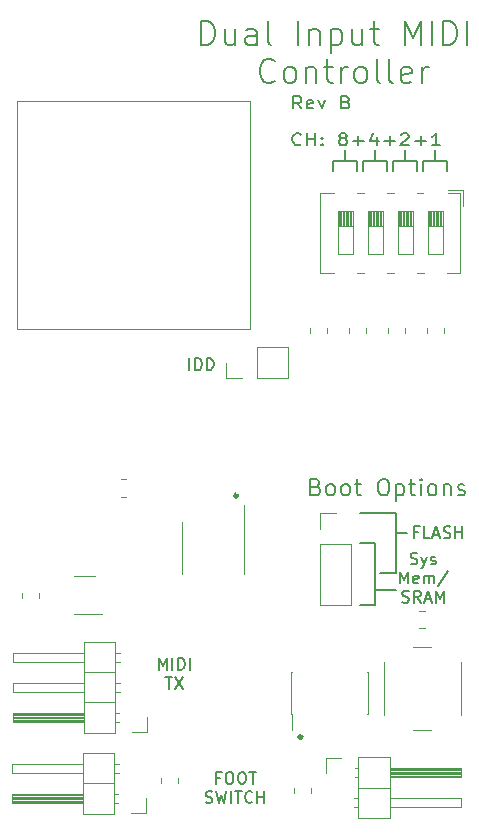
<source format=gbr>
%TF.GenerationSoftware,KiCad,Pcbnew,(6.0.0)*%
%TF.CreationDate,2022-10-14T23:46:23+01:00*%
%TF.ProjectId,MIDIPresetController,4d494449-5072-4657-9365-74436f6e7472,rev?*%
%TF.SameCoordinates,Original*%
%TF.FileFunction,Legend,Top*%
%TF.FilePolarity,Positive*%
%FSLAX46Y46*%
G04 Gerber Fmt 4.6, Leading zero omitted, Abs format (unit mm)*
G04 Created by KiCad (PCBNEW (6.0.0)) date 2022-10-14 23:46:23*
%MOMM*%
%LPD*%
G01*
G04 APERTURE LIST*
%ADD10C,0.150000*%
%ADD11C,0.300000*%
%ADD12C,0.200000*%
%ADD13C,0.153000*%
%ADD14C,0.120000*%
G04 APERTURE END LIST*
D10*
X135088476Y-118011380D02*
X135088476Y-117011380D01*
X135421809Y-117725666D01*
X135755142Y-117011380D01*
X135755142Y-118011380D01*
X136231333Y-118011380D02*
X136231333Y-117011380D01*
X136707523Y-118011380D02*
X136707523Y-117011380D01*
X136945619Y-117011380D01*
X137088476Y-117059000D01*
X137183714Y-117154238D01*
X137231333Y-117249476D01*
X137278952Y-117439952D01*
X137278952Y-117582809D01*
X137231333Y-117773285D01*
X137183714Y-117868523D01*
X137088476Y-117963761D01*
X136945619Y-118011380D01*
X136707523Y-118011380D01*
X137707523Y-118011380D02*
X137707523Y-117011380D01*
X135636095Y-118621380D02*
X136207523Y-118621380D01*
X135921809Y-119621380D02*
X135921809Y-118621380D01*
X136445619Y-118621380D02*
X137112285Y-119621380D01*
X137112285Y-118621380D02*
X136445619Y-119621380D01*
D11*
X147193000Y-123698000D02*
G75*
G03*
X147193000Y-123698000I-127000J0D01*
G01*
D10*
X153416000Y-111252000D02*
X155194000Y-111252000D01*
X152146000Y-107315000D02*
X153416000Y-107315000D01*
X150876000Y-74930000D02*
X150876000Y-74041000D01*
X154940000Y-74930000D02*
X156972000Y-74930000D01*
X153416000Y-112522000D02*
X152146000Y-112522000D01*
X149860000Y-75819000D02*
X149860000Y-74930000D01*
X154432000Y-74930000D02*
X154432000Y-75819000D01*
X157480000Y-75819000D02*
X157480000Y-74930000D01*
X158496000Y-74930000D02*
X158496000Y-74041000D01*
X152400000Y-74930000D02*
X154432000Y-74930000D01*
X149860000Y-74930000D02*
X151892000Y-74930000D01*
X155194000Y-104775000D02*
X152146000Y-104775000D01*
X153416000Y-107315000D02*
X153416000Y-112522000D01*
X153416000Y-74930000D02*
X153416000Y-74041000D01*
X155194000Y-109855000D02*
X155194000Y-104775000D01*
X155194000Y-106426000D02*
X156083000Y-106426000D01*
X154940000Y-75819000D02*
X154940000Y-74930000D01*
X153797000Y-109855000D02*
X155194000Y-109855000D01*
X159512000Y-74930000D02*
X159512000Y-75819000D01*
D11*
X141757400Y-103276400D02*
G75*
G03*
X141757400Y-103276400I-127000J0D01*
G01*
D10*
X155956000Y-74930000D02*
X155956000Y-74041000D01*
X152400000Y-75819000D02*
X152400000Y-74930000D01*
X151892000Y-74930000D02*
X151892000Y-75819000D01*
X157480000Y-74930000D02*
X159512000Y-74930000D01*
X156972000Y-74930000D02*
X156972000Y-75819000D01*
X140268485Y-127164971D02*
X139935152Y-127164971D01*
X139935152Y-127688780D02*
X139935152Y-126688780D01*
X140411342Y-126688780D01*
X140982771Y-126688780D02*
X141173247Y-126688780D01*
X141268485Y-126736400D01*
X141363723Y-126831638D01*
X141411342Y-127022114D01*
X141411342Y-127355447D01*
X141363723Y-127545923D01*
X141268485Y-127641161D01*
X141173247Y-127688780D01*
X140982771Y-127688780D01*
X140887533Y-127641161D01*
X140792295Y-127545923D01*
X140744676Y-127355447D01*
X140744676Y-127022114D01*
X140792295Y-126831638D01*
X140887533Y-126736400D01*
X140982771Y-126688780D01*
X142030390Y-126688780D02*
X142220866Y-126688780D01*
X142316104Y-126736400D01*
X142411342Y-126831638D01*
X142458961Y-127022114D01*
X142458961Y-127355447D01*
X142411342Y-127545923D01*
X142316104Y-127641161D01*
X142220866Y-127688780D01*
X142030390Y-127688780D01*
X141935152Y-127641161D01*
X141839914Y-127545923D01*
X141792295Y-127355447D01*
X141792295Y-127022114D01*
X141839914Y-126831638D01*
X141935152Y-126736400D01*
X142030390Y-126688780D01*
X142744676Y-126688780D02*
X143316104Y-126688780D01*
X143030390Y-127688780D02*
X143030390Y-126688780D01*
X139054200Y-129251161D02*
X139197057Y-129298780D01*
X139435152Y-129298780D01*
X139530390Y-129251161D01*
X139578009Y-129203542D01*
X139625628Y-129108304D01*
X139625628Y-129013066D01*
X139578009Y-128917828D01*
X139530390Y-128870209D01*
X139435152Y-128822590D01*
X139244676Y-128774971D01*
X139149438Y-128727352D01*
X139101819Y-128679733D01*
X139054200Y-128584495D01*
X139054200Y-128489257D01*
X139101819Y-128394019D01*
X139149438Y-128346400D01*
X139244676Y-128298780D01*
X139482771Y-128298780D01*
X139625628Y-128346400D01*
X139958961Y-128298780D02*
X140197057Y-129298780D01*
X140387533Y-128584495D01*
X140578009Y-129298780D01*
X140816104Y-128298780D01*
X141197057Y-129298780D02*
X141197057Y-128298780D01*
X141530390Y-128298780D02*
X142101819Y-128298780D01*
X141816104Y-129298780D02*
X141816104Y-128298780D01*
X143006580Y-129203542D02*
X142958961Y-129251161D01*
X142816104Y-129298780D01*
X142720866Y-129298780D01*
X142578009Y-129251161D01*
X142482771Y-129155923D01*
X142435152Y-129060685D01*
X142387533Y-128870209D01*
X142387533Y-128727352D01*
X142435152Y-128536876D01*
X142482771Y-128441638D01*
X142578009Y-128346400D01*
X142720866Y-128298780D01*
X142816104Y-128298780D01*
X142958961Y-128346400D01*
X143006580Y-128394019D01*
X143435152Y-129298780D02*
X143435152Y-128298780D01*
X143435152Y-128774971D02*
X144006580Y-128774971D01*
X144006580Y-129298780D02*
X144006580Y-128298780D01*
D12*
X148398666Y-102516000D02*
X148598666Y-102582666D01*
X148665333Y-102649333D01*
X148732000Y-102782666D01*
X148732000Y-102982666D01*
X148665333Y-103116000D01*
X148598666Y-103182666D01*
X148465333Y-103249333D01*
X147932000Y-103249333D01*
X147932000Y-101849333D01*
X148398666Y-101849333D01*
X148532000Y-101916000D01*
X148598666Y-101982666D01*
X148665333Y-102116000D01*
X148665333Y-102249333D01*
X148598666Y-102382666D01*
X148532000Y-102449333D01*
X148398666Y-102516000D01*
X147932000Y-102516000D01*
X149532000Y-103249333D02*
X149398666Y-103182666D01*
X149332000Y-103116000D01*
X149265333Y-102982666D01*
X149265333Y-102582666D01*
X149332000Y-102449333D01*
X149398666Y-102382666D01*
X149532000Y-102316000D01*
X149732000Y-102316000D01*
X149865333Y-102382666D01*
X149932000Y-102449333D01*
X149998666Y-102582666D01*
X149998666Y-102982666D01*
X149932000Y-103116000D01*
X149865333Y-103182666D01*
X149732000Y-103249333D01*
X149532000Y-103249333D01*
X150798666Y-103249333D02*
X150665333Y-103182666D01*
X150598666Y-103116000D01*
X150532000Y-102982666D01*
X150532000Y-102582666D01*
X150598666Y-102449333D01*
X150665333Y-102382666D01*
X150798666Y-102316000D01*
X150998666Y-102316000D01*
X151132000Y-102382666D01*
X151198666Y-102449333D01*
X151265333Y-102582666D01*
X151265333Y-102982666D01*
X151198666Y-103116000D01*
X151132000Y-103182666D01*
X150998666Y-103249333D01*
X150798666Y-103249333D01*
X151665333Y-102316000D02*
X152198666Y-102316000D01*
X151865333Y-101849333D02*
X151865333Y-103049333D01*
X151932000Y-103182666D01*
X152065333Y-103249333D01*
X152198666Y-103249333D01*
X153998666Y-101849333D02*
X154265333Y-101849333D01*
X154398666Y-101916000D01*
X154532000Y-102049333D01*
X154598666Y-102316000D01*
X154598666Y-102782666D01*
X154532000Y-103049333D01*
X154398666Y-103182666D01*
X154265333Y-103249333D01*
X153998666Y-103249333D01*
X153865333Y-103182666D01*
X153732000Y-103049333D01*
X153665333Y-102782666D01*
X153665333Y-102316000D01*
X153732000Y-102049333D01*
X153865333Y-101916000D01*
X153998666Y-101849333D01*
X155198666Y-102316000D02*
X155198666Y-103716000D01*
X155198666Y-102382666D02*
X155332000Y-102316000D01*
X155598666Y-102316000D01*
X155732000Y-102382666D01*
X155798666Y-102449333D01*
X155865333Y-102582666D01*
X155865333Y-102982666D01*
X155798666Y-103116000D01*
X155732000Y-103182666D01*
X155598666Y-103249333D01*
X155332000Y-103249333D01*
X155198666Y-103182666D01*
X156265333Y-102316000D02*
X156798666Y-102316000D01*
X156465333Y-101849333D02*
X156465333Y-103049333D01*
X156532000Y-103182666D01*
X156665333Y-103249333D01*
X156798666Y-103249333D01*
X157265333Y-103249333D02*
X157265333Y-102316000D01*
X157265333Y-101849333D02*
X157198666Y-101916000D01*
X157265333Y-101982666D01*
X157332000Y-101916000D01*
X157265333Y-101849333D01*
X157265333Y-101982666D01*
X158132000Y-103249333D02*
X157998666Y-103182666D01*
X157932000Y-103116000D01*
X157865333Y-102982666D01*
X157865333Y-102582666D01*
X157932000Y-102449333D01*
X157998666Y-102382666D01*
X158132000Y-102316000D01*
X158332000Y-102316000D01*
X158465333Y-102382666D01*
X158532000Y-102449333D01*
X158598666Y-102582666D01*
X158598666Y-102982666D01*
X158532000Y-103116000D01*
X158465333Y-103182666D01*
X158332000Y-103249333D01*
X158132000Y-103249333D01*
X159198666Y-102316000D02*
X159198666Y-103249333D01*
X159198666Y-102449333D02*
X159265333Y-102382666D01*
X159398666Y-102316000D01*
X159598666Y-102316000D01*
X159732000Y-102382666D01*
X159798666Y-102516000D01*
X159798666Y-103249333D01*
X160398666Y-103182666D02*
X160532000Y-103249333D01*
X160798666Y-103249333D01*
X160932000Y-103182666D01*
X160998666Y-103049333D01*
X160998666Y-102982666D01*
X160932000Y-102849333D01*
X160798666Y-102782666D01*
X160598666Y-102782666D01*
X160465333Y-102716000D01*
X160398666Y-102582666D01*
X160398666Y-102516000D01*
X160465333Y-102382666D01*
X160598666Y-102316000D01*
X160798666Y-102316000D01*
X160932000Y-102382666D01*
D13*
X137684000Y-92654380D02*
X137684000Y-91654380D01*
X138160190Y-92654380D02*
X138160190Y-91654380D01*
X138398285Y-91654380D01*
X138541142Y-91702000D01*
X138636380Y-91797238D01*
X138684000Y-91892476D01*
X138731619Y-92082952D01*
X138731619Y-92225809D01*
X138684000Y-92416285D01*
X138636380Y-92511523D01*
X138541142Y-92606761D01*
X138398285Y-92654380D01*
X138160190Y-92654380D01*
X139160190Y-92654380D02*
X139160190Y-91654380D01*
X139398285Y-91654380D01*
X139541142Y-91702000D01*
X139636380Y-91797238D01*
X139684000Y-91892476D01*
X139731619Y-92082952D01*
X139731619Y-92225809D01*
X139684000Y-92416285D01*
X139636380Y-92511523D01*
X139541142Y-92606761D01*
X139398285Y-92654380D01*
X139160190Y-92654380D01*
D12*
X147139714Y-73509142D02*
X147082571Y-73556761D01*
X146911142Y-73604380D01*
X146796857Y-73604380D01*
X146625428Y-73556761D01*
X146511142Y-73461523D01*
X146454000Y-73366285D01*
X146396857Y-73175809D01*
X146396857Y-73032952D01*
X146454000Y-72842476D01*
X146511142Y-72747238D01*
X146625428Y-72652000D01*
X146796857Y-72604380D01*
X146911142Y-72604380D01*
X147082571Y-72652000D01*
X147139714Y-72699619D01*
X147654000Y-73604380D02*
X147654000Y-72604380D01*
X147654000Y-73080571D02*
X148339714Y-73080571D01*
X148339714Y-73604380D02*
X148339714Y-72604380D01*
X148911142Y-73509142D02*
X148968285Y-73556761D01*
X148911142Y-73604380D01*
X148854000Y-73556761D01*
X148911142Y-73509142D01*
X148911142Y-73604380D01*
X148911142Y-72985333D02*
X148968285Y-73032952D01*
X148911142Y-73080571D01*
X148854000Y-73032952D01*
X148911142Y-72985333D01*
X148911142Y-73080571D01*
X150568285Y-73032952D02*
X150454000Y-72985333D01*
X150396857Y-72937714D01*
X150339714Y-72842476D01*
X150339714Y-72794857D01*
X150396857Y-72699619D01*
X150454000Y-72652000D01*
X150568285Y-72604380D01*
X150796857Y-72604380D01*
X150911142Y-72652000D01*
X150968285Y-72699619D01*
X151025428Y-72794857D01*
X151025428Y-72842476D01*
X150968285Y-72937714D01*
X150911142Y-72985333D01*
X150796857Y-73032952D01*
X150568285Y-73032952D01*
X150454000Y-73080571D01*
X150396857Y-73128190D01*
X150339714Y-73223428D01*
X150339714Y-73413904D01*
X150396857Y-73509142D01*
X150454000Y-73556761D01*
X150568285Y-73604380D01*
X150796857Y-73604380D01*
X150911142Y-73556761D01*
X150968285Y-73509142D01*
X151025428Y-73413904D01*
X151025428Y-73223428D01*
X150968285Y-73128190D01*
X150911142Y-73080571D01*
X150796857Y-73032952D01*
X151539714Y-73223428D02*
X152454000Y-73223428D01*
X151996857Y-73604380D02*
X151996857Y-72842476D01*
X153539714Y-72937714D02*
X153539714Y-73604380D01*
X153254000Y-72556761D02*
X152968285Y-73271047D01*
X153711142Y-73271047D01*
X154168285Y-73223428D02*
X155082571Y-73223428D01*
X154625428Y-73604380D02*
X154625428Y-72842476D01*
X155596857Y-72699619D02*
X155654000Y-72652000D01*
X155768285Y-72604380D01*
X156054000Y-72604380D01*
X156168285Y-72652000D01*
X156225428Y-72699619D01*
X156282571Y-72794857D01*
X156282571Y-72890095D01*
X156225428Y-73032952D01*
X155539714Y-73604380D01*
X156282571Y-73604380D01*
X156796857Y-73223428D02*
X157711142Y-73223428D01*
X157254000Y-73604380D02*
X157254000Y-72842476D01*
X158911142Y-73604380D02*
X158225428Y-73604380D01*
X158568285Y-73604380D02*
X158568285Y-72604380D01*
X158454000Y-72747238D01*
X158339714Y-72842476D01*
X158225428Y-72890095D01*
D13*
X157059523Y-106354571D02*
X156726190Y-106354571D01*
X156726190Y-106878380D02*
X156726190Y-105878380D01*
X157202380Y-105878380D01*
X158059523Y-106878380D02*
X157583333Y-106878380D01*
X157583333Y-105878380D01*
X158345238Y-106592666D02*
X158821428Y-106592666D01*
X158250000Y-106878380D02*
X158583333Y-105878380D01*
X158916666Y-106878380D01*
X159202380Y-106830761D02*
X159345238Y-106878380D01*
X159583333Y-106878380D01*
X159678571Y-106830761D01*
X159726190Y-106783142D01*
X159773809Y-106687904D01*
X159773809Y-106592666D01*
X159726190Y-106497428D01*
X159678571Y-106449809D01*
X159583333Y-106402190D01*
X159392857Y-106354571D01*
X159297619Y-106306952D01*
X159250000Y-106259333D01*
X159202380Y-106164095D01*
X159202380Y-106068857D01*
X159250000Y-105973619D01*
X159297619Y-105926000D01*
X159392857Y-105878380D01*
X159630952Y-105878380D01*
X159773809Y-105926000D01*
X160202380Y-106878380D02*
X160202380Y-105878380D01*
X160202380Y-106354571D02*
X160773809Y-106354571D01*
X160773809Y-106878380D02*
X160773809Y-105878380D01*
X156408571Y-109056161D02*
X156551428Y-109103780D01*
X156789523Y-109103780D01*
X156884761Y-109056161D01*
X156932380Y-109008542D01*
X156980000Y-108913304D01*
X156980000Y-108818066D01*
X156932380Y-108722828D01*
X156884761Y-108675209D01*
X156789523Y-108627590D01*
X156599047Y-108579971D01*
X156503809Y-108532352D01*
X156456190Y-108484733D01*
X156408571Y-108389495D01*
X156408571Y-108294257D01*
X156456190Y-108199019D01*
X156503809Y-108151400D01*
X156599047Y-108103780D01*
X156837142Y-108103780D01*
X156980000Y-108151400D01*
X157313333Y-108437114D02*
X157551428Y-109103780D01*
X157789523Y-108437114D02*
X157551428Y-109103780D01*
X157456190Y-109341876D01*
X157408571Y-109389495D01*
X157313333Y-109437114D01*
X158122857Y-109056161D02*
X158218095Y-109103780D01*
X158408571Y-109103780D01*
X158503809Y-109056161D01*
X158551428Y-108960923D01*
X158551428Y-108913304D01*
X158503809Y-108818066D01*
X158408571Y-108770447D01*
X158265714Y-108770447D01*
X158170476Y-108722828D01*
X158122857Y-108627590D01*
X158122857Y-108579971D01*
X158170476Y-108484733D01*
X158265714Y-108437114D01*
X158408571Y-108437114D01*
X158503809Y-108484733D01*
X155527619Y-110713780D02*
X155527619Y-109713780D01*
X155860952Y-110428066D01*
X156194285Y-109713780D01*
X156194285Y-110713780D01*
X157051428Y-110666161D02*
X156956190Y-110713780D01*
X156765714Y-110713780D01*
X156670476Y-110666161D01*
X156622857Y-110570923D01*
X156622857Y-110189971D01*
X156670476Y-110094733D01*
X156765714Y-110047114D01*
X156956190Y-110047114D01*
X157051428Y-110094733D01*
X157099047Y-110189971D01*
X157099047Y-110285209D01*
X156622857Y-110380447D01*
X157527619Y-110713780D02*
X157527619Y-110047114D01*
X157527619Y-110142352D02*
X157575238Y-110094733D01*
X157670476Y-110047114D01*
X157813333Y-110047114D01*
X157908571Y-110094733D01*
X157956190Y-110189971D01*
X157956190Y-110713780D01*
X157956190Y-110189971D02*
X158003809Y-110094733D01*
X158099047Y-110047114D01*
X158241904Y-110047114D01*
X158337142Y-110094733D01*
X158384761Y-110189971D01*
X158384761Y-110713780D01*
X159575238Y-109666161D02*
X158718095Y-110951876D01*
X155694285Y-112276161D02*
X155837142Y-112323780D01*
X156075238Y-112323780D01*
X156170476Y-112276161D01*
X156218095Y-112228542D01*
X156265714Y-112133304D01*
X156265714Y-112038066D01*
X156218095Y-111942828D01*
X156170476Y-111895209D01*
X156075238Y-111847590D01*
X155884761Y-111799971D01*
X155789523Y-111752352D01*
X155741904Y-111704733D01*
X155694285Y-111609495D01*
X155694285Y-111514257D01*
X155741904Y-111419019D01*
X155789523Y-111371400D01*
X155884761Y-111323780D01*
X156122857Y-111323780D01*
X156265714Y-111371400D01*
X157265714Y-112323780D02*
X156932380Y-111847590D01*
X156694285Y-112323780D02*
X156694285Y-111323780D01*
X157075238Y-111323780D01*
X157170476Y-111371400D01*
X157218095Y-111419019D01*
X157265714Y-111514257D01*
X157265714Y-111657114D01*
X157218095Y-111752352D01*
X157170476Y-111799971D01*
X157075238Y-111847590D01*
X156694285Y-111847590D01*
X157646666Y-112038066D02*
X158122857Y-112038066D01*
X157551428Y-112323780D02*
X157884761Y-111323780D01*
X158218095Y-112323780D01*
X158551428Y-112323780D02*
X158551428Y-111323780D01*
X158884761Y-112038066D01*
X159218095Y-111323780D01*
X159218095Y-112323780D01*
D12*
X138698200Y-65106161D02*
X138698200Y-63106161D01*
X139174390Y-63106161D01*
X139460104Y-63201400D01*
X139650580Y-63391876D01*
X139745819Y-63582352D01*
X139841057Y-63963304D01*
X139841057Y-64249019D01*
X139745819Y-64629971D01*
X139650580Y-64820447D01*
X139460104Y-65010923D01*
X139174390Y-65106161D01*
X138698200Y-65106161D01*
X141555342Y-63772828D02*
X141555342Y-65106161D01*
X140698200Y-63772828D02*
X140698200Y-64820447D01*
X140793438Y-65010923D01*
X140983914Y-65106161D01*
X141269628Y-65106161D01*
X141460104Y-65010923D01*
X141555342Y-64915685D01*
X143364866Y-65106161D02*
X143364866Y-64058542D01*
X143269628Y-63868066D01*
X143079152Y-63772828D01*
X142698200Y-63772828D01*
X142507723Y-63868066D01*
X143364866Y-65010923D02*
X143174390Y-65106161D01*
X142698200Y-65106161D01*
X142507723Y-65010923D01*
X142412485Y-64820447D01*
X142412485Y-64629971D01*
X142507723Y-64439495D01*
X142698200Y-64344257D01*
X143174390Y-64344257D01*
X143364866Y-64249019D01*
X144602961Y-65106161D02*
X144412485Y-65010923D01*
X144317247Y-64820447D01*
X144317247Y-63106161D01*
X146888676Y-65106161D02*
X146888676Y-63106161D01*
X147841057Y-63772828D02*
X147841057Y-65106161D01*
X147841057Y-63963304D02*
X147936295Y-63868066D01*
X148126771Y-63772828D01*
X148412485Y-63772828D01*
X148602961Y-63868066D01*
X148698200Y-64058542D01*
X148698200Y-65106161D01*
X149650580Y-63772828D02*
X149650580Y-65772828D01*
X149650580Y-63868066D02*
X149841057Y-63772828D01*
X150222009Y-63772828D01*
X150412485Y-63868066D01*
X150507723Y-63963304D01*
X150602961Y-64153780D01*
X150602961Y-64725209D01*
X150507723Y-64915685D01*
X150412485Y-65010923D01*
X150222009Y-65106161D01*
X149841057Y-65106161D01*
X149650580Y-65010923D01*
X152317247Y-63772828D02*
X152317247Y-65106161D01*
X151460104Y-63772828D02*
X151460104Y-64820447D01*
X151555342Y-65010923D01*
X151745819Y-65106161D01*
X152031533Y-65106161D01*
X152222009Y-65010923D01*
X152317247Y-64915685D01*
X152983914Y-63772828D02*
X153745819Y-63772828D01*
X153269628Y-63106161D02*
X153269628Y-64820447D01*
X153364866Y-65010923D01*
X153555342Y-65106161D01*
X153745819Y-65106161D01*
X155936295Y-65106161D02*
X155936295Y-63106161D01*
X156602961Y-64534733D01*
X157269628Y-63106161D01*
X157269628Y-65106161D01*
X158222009Y-65106161D02*
X158222009Y-63106161D01*
X159174390Y-65106161D02*
X159174390Y-63106161D01*
X159650580Y-63106161D01*
X159936295Y-63201400D01*
X160126771Y-63391876D01*
X160222009Y-63582352D01*
X160317247Y-63963304D01*
X160317247Y-64249019D01*
X160222009Y-64629971D01*
X160126771Y-64820447D01*
X159936295Y-65010923D01*
X159650580Y-65106161D01*
X159174390Y-65106161D01*
X161174390Y-65106161D02*
X161174390Y-63106161D01*
X144888676Y-68135685D02*
X144793438Y-68230923D01*
X144507723Y-68326161D01*
X144317247Y-68326161D01*
X144031533Y-68230923D01*
X143841057Y-68040447D01*
X143745819Y-67849971D01*
X143650580Y-67469019D01*
X143650580Y-67183304D01*
X143745819Y-66802352D01*
X143841057Y-66611876D01*
X144031533Y-66421400D01*
X144317247Y-66326161D01*
X144507723Y-66326161D01*
X144793438Y-66421400D01*
X144888676Y-66516638D01*
X146031533Y-68326161D02*
X145841057Y-68230923D01*
X145745819Y-68135685D01*
X145650580Y-67945209D01*
X145650580Y-67373780D01*
X145745819Y-67183304D01*
X145841057Y-67088066D01*
X146031533Y-66992828D01*
X146317247Y-66992828D01*
X146507723Y-67088066D01*
X146602961Y-67183304D01*
X146698200Y-67373780D01*
X146698200Y-67945209D01*
X146602961Y-68135685D01*
X146507723Y-68230923D01*
X146317247Y-68326161D01*
X146031533Y-68326161D01*
X147555342Y-66992828D02*
X147555342Y-68326161D01*
X147555342Y-67183304D02*
X147650580Y-67088066D01*
X147841057Y-66992828D01*
X148126771Y-66992828D01*
X148317247Y-67088066D01*
X148412485Y-67278542D01*
X148412485Y-68326161D01*
X149079152Y-66992828D02*
X149841057Y-66992828D01*
X149364866Y-66326161D02*
X149364866Y-68040447D01*
X149460104Y-68230923D01*
X149650580Y-68326161D01*
X149841057Y-68326161D01*
X150507723Y-68326161D02*
X150507723Y-66992828D01*
X150507723Y-67373780D02*
X150602961Y-67183304D01*
X150698200Y-67088066D01*
X150888676Y-66992828D01*
X151079152Y-66992828D01*
X152031533Y-68326161D02*
X151841057Y-68230923D01*
X151745819Y-68135685D01*
X151650580Y-67945209D01*
X151650580Y-67373780D01*
X151745819Y-67183304D01*
X151841057Y-67088066D01*
X152031533Y-66992828D01*
X152317247Y-66992828D01*
X152507723Y-67088066D01*
X152602961Y-67183304D01*
X152698200Y-67373780D01*
X152698200Y-67945209D01*
X152602961Y-68135685D01*
X152507723Y-68230923D01*
X152317247Y-68326161D01*
X152031533Y-68326161D01*
X153841057Y-68326161D02*
X153650580Y-68230923D01*
X153555342Y-68040447D01*
X153555342Y-66326161D01*
X154888676Y-68326161D02*
X154698200Y-68230923D01*
X154602961Y-68040447D01*
X154602961Y-66326161D01*
X156412485Y-68230923D02*
X156222009Y-68326161D01*
X155841057Y-68326161D01*
X155650580Y-68230923D01*
X155555342Y-68040447D01*
X155555342Y-67278542D01*
X155650580Y-67088066D01*
X155841057Y-66992828D01*
X156222009Y-66992828D01*
X156412485Y-67088066D01*
X156507723Y-67278542D01*
X156507723Y-67469019D01*
X155555342Y-67659495D01*
X157364866Y-68326161D02*
X157364866Y-66992828D01*
X157364866Y-67373780D02*
X157460104Y-67183304D01*
X157555342Y-67088066D01*
X157745819Y-66992828D01*
X157936295Y-66992828D01*
X147154058Y-70478758D02*
X146754058Y-70002568D01*
X146468343Y-70478758D02*
X146468343Y-69478758D01*
X146925486Y-69478758D01*
X147039772Y-69526378D01*
X147096915Y-69573997D01*
X147154058Y-69669235D01*
X147154058Y-69812092D01*
X147096915Y-69907330D01*
X147039772Y-69954949D01*
X146925486Y-70002568D01*
X146468343Y-70002568D01*
X148125486Y-70431139D02*
X148011201Y-70478758D01*
X147782629Y-70478758D01*
X147668343Y-70431139D01*
X147611201Y-70335901D01*
X147611201Y-69954949D01*
X147668343Y-69859711D01*
X147782629Y-69812092D01*
X148011201Y-69812092D01*
X148125486Y-69859711D01*
X148182629Y-69954949D01*
X148182629Y-70050187D01*
X147611201Y-70145425D01*
X148582629Y-69812092D02*
X148868343Y-70478758D01*
X149154058Y-69812092D01*
X150925486Y-69954949D02*
X151096915Y-70002568D01*
X151154058Y-70050187D01*
X151211201Y-70145425D01*
X151211201Y-70288282D01*
X151154058Y-70383520D01*
X151096915Y-70431139D01*
X150982629Y-70478758D01*
X150525486Y-70478758D01*
X150525486Y-69478758D01*
X150925486Y-69478758D01*
X151039772Y-69526378D01*
X151096915Y-69573997D01*
X151154058Y-69669235D01*
X151154058Y-69764473D01*
X151096915Y-69859711D01*
X151039772Y-69907330D01*
X150925486Y-69954949D01*
X150525486Y-69954949D01*
D14*
%TO.C,R9*%
X132307064Y-103351000D02*
X131852936Y-103351000D01*
X132307064Y-101881000D02*
X131852936Y-101881000D01*
%TO.C,J4*%
X128672000Y-130240000D02*
X131332000Y-130240000D01*
X122672000Y-129290000D02*
X122672000Y-128530000D01*
X128672000Y-128750000D02*
X122672000Y-128750000D01*
X131729071Y-126750000D02*
X131332000Y-126750000D01*
X122672000Y-126750000D02*
X122672000Y-125990000D01*
X131332000Y-125040000D02*
X128672000Y-125040000D01*
X134042000Y-130180000D02*
X132772000Y-130180000D01*
X128672000Y-125040000D02*
X128672000Y-130240000D01*
X131662000Y-128530000D02*
X131332000Y-128530000D01*
X134042000Y-128910000D02*
X134042000Y-130180000D01*
X131332000Y-130240000D02*
X131332000Y-125040000D01*
X131729071Y-125990000D02*
X131332000Y-125990000D01*
X128672000Y-128870000D02*
X122672000Y-128870000D01*
X128672000Y-128630000D02*
X122672000Y-128630000D01*
X131662000Y-129290000D02*
X131332000Y-129290000D01*
X128672000Y-129110000D02*
X122672000Y-129110000D01*
X128672000Y-126750000D02*
X122672000Y-126750000D01*
X128672000Y-129230000D02*
X122672000Y-129230000D01*
X128672000Y-128990000D02*
X122672000Y-128990000D01*
X131332000Y-127640000D02*
X128672000Y-127640000D01*
X122672000Y-125990000D02*
X128672000Y-125990000D01*
X122672000Y-128530000D02*
X128672000Y-128530000D01*
X128672000Y-129290000D02*
X122672000Y-129290000D01*
%TO.C,R7*%
X152627000Y-89053936D02*
X152627000Y-89508064D01*
X151157000Y-89053936D02*
X151157000Y-89508064D01*
%TO.C,BT1*%
X123113800Y-89147029D02*
X142798800Y-89147029D01*
X142798800Y-89147029D02*
X142798800Y-69843029D01*
X142798800Y-69843029D02*
X123113800Y-69843029D01*
X123113800Y-69843029D02*
X123113800Y-89147029D01*
%TO.C,U1*%
X127872446Y-113334044D02*
X130322446Y-113334044D01*
X129672446Y-110114044D02*
X127872446Y-110114044D01*
%TO.C,U2*%
X137090000Y-107696000D02*
X137090000Y-105496000D01*
X142310000Y-107696000D02*
X142310000Y-109896000D01*
X142310000Y-107696000D02*
X142310000Y-104096000D01*
X137090000Y-107696000D02*
X137090000Y-109896000D01*
%TO.C,R4*%
X155929000Y-89053936D02*
X155929000Y-89508064D01*
X154459000Y-89053936D02*
X154459000Y-89508064D01*
%TO.C,J5*%
X154655000Y-128885388D02*
X160655000Y-128885388D01*
X154655000Y-127005388D02*
X160655000Y-127005388D01*
X154655000Y-125395388D02*
X151995000Y-125395388D01*
X151995000Y-125395388D02*
X151995000Y-130595388D01*
X151597929Y-128885388D02*
X151995000Y-128885388D01*
X151597929Y-129645388D02*
X151995000Y-129645388D01*
X154655000Y-126525388D02*
X160655000Y-126525388D01*
X160655000Y-128885388D02*
X160655000Y-129645388D01*
X151665000Y-126345388D02*
X151995000Y-126345388D01*
X151995000Y-127995388D02*
X154655000Y-127995388D01*
X154655000Y-126345388D02*
X160655000Y-126345388D01*
X149285000Y-126725388D02*
X149285000Y-125455388D01*
X151665000Y-127105388D02*
X151995000Y-127105388D01*
X154655000Y-126645388D02*
X160655000Y-126645388D01*
X149285000Y-125455388D02*
X150555000Y-125455388D01*
X160655000Y-126345388D02*
X160655000Y-127105388D01*
X160655000Y-127105388D02*
X154655000Y-127105388D01*
X160655000Y-129645388D02*
X154655000Y-129645388D01*
X154655000Y-126405388D02*
X160655000Y-126405388D01*
X154655000Y-126885388D02*
X160655000Y-126885388D01*
X151995000Y-130595388D02*
X154655000Y-130595388D01*
X154655000Y-126765388D02*
X160655000Y-126765388D01*
X154655000Y-130595388D02*
X154655000Y-125395388D01*
%TO.C,R6*%
X147988000Y-128492452D02*
X147988000Y-128038324D01*
X146518000Y-128492452D02*
X146518000Y-128038324D01*
%TO.C,R5*%
X136752000Y-127153936D02*
X136752000Y-127608064D01*
X135282000Y-127153936D02*
X135282000Y-127608064D01*
%TO.C,J2*%
X122742000Y-117347000D02*
X122742000Y-116587000D01*
X128742000Y-117347000D02*
X122742000Y-117347000D01*
X131799071Y-119887000D02*
X131402000Y-119887000D01*
X131402000Y-115637000D02*
X128742000Y-115637000D01*
X128742000Y-122007000D02*
X122742000Y-122007000D01*
X131799071Y-117347000D02*
X131402000Y-117347000D01*
X128742000Y-122367000D02*
X122742000Y-122367000D01*
X128742000Y-115637000D02*
X128742000Y-123377000D01*
X128742000Y-123377000D02*
X131402000Y-123377000D01*
X131732000Y-122427000D02*
X131402000Y-122427000D01*
X122742000Y-119127000D02*
X128742000Y-119127000D01*
X128742000Y-122247000D02*
X122742000Y-122247000D01*
X122742000Y-122427000D02*
X122742000Y-121667000D01*
X122742000Y-119887000D02*
X122742000Y-119127000D01*
X128742000Y-121887000D02*
X122742000Y-121887000D01*
X122742000Y-121667000D02*
X128742000Y-121667000D01*
X131799071Y-119127000D02*
X131402000Y-119127000D01*
X134112000Y-122047000D02*
X134112000Y-123317000D01*
X131732000Y-121667000D02*
X131402000Y-121667000D01*
X131402000Y-118237000D02*
X128742000Y-118237000D01*
X128742000Y-121767000D02*
X122742000Y-121767000D01*
X131402000Y-123377000D02*
X131402000Y-115637000D01*
X122742000Y-116587000D02*
X128742000Y-116587000D01*
X128742000Y-119887000D02*
X122742000Y-119887000D01*
X128742000Y-122127000D02*
X122742000Y-122127000D01*
X131799071Y-116587000D02*
X131402000Y-116587000D01*
X134112000Y-123317000D02*
X132842000Y-123317000D01*
X128742000Y-122427000D02*
X122742000Y-122427000D01*
X131402000Y-120777000D02*
X128742000Y-120777000D01*
%TO.C,R3*%
X157761000Y-89053936D02*
X157761000Y-89508064D01*
X159231000Y-89053936D02*
X159231000Y-89508064D01*
%TO.C,C1*%
X157665052Y-113006200D02*
X157142548Y-113006200D01*
X157665052Y-114476200D02*
X157142548Y-114476200D01*
%TO.C,R1*%
X123465446Y-111496980D02*
X123465446Y-111951108D01*
X124935446Y-111496980D02*
X124935446Y-111951108D01*
%TO.C,SW1*%
X156653800Y-123108600D02*
X158153800Y-123108600D01*
X158153800Y-116108600D02*
X156653800Y-116108600D01*
X154153800Y-117358600D02*
X154153800Y-121858600D01*
X160653800Y-121858600D02*
X160653800Y-117358600D01*
%TO.C,J3*%
X146320200Y-118250000D02*
X146385200Y-118250000D01*
X146320200Y-121780000D02*
X146385200Y-121780000D01*
X152725200Y-121780000D02*
X152790200Y-121780000D01*
X152790200Y-121780000D02*
X152790200Y-118250000D01*
X152725200Y-118250000D02*
X152790200Y-118250000D01*
X146320200Y-121780000D02*
X146320200Y-118250000D01*
X146385200Y-123105000D02*
X146385200Y-121780000D01*
%TO.C,JP1*%
X148721791Y-106103500D02*
X148721791Y-104773500D01*
X148721791Y-104773500D02*
X150051791Y-104773500D01*
X148721791Y-112513500D02*
X151381791Y-112513500D01*
X148721791Y-107373500D02*
X148721791Y-112513500D01*
X148721791Y-107373500D02*
X151381791Y-107373500D01*
X151381791Y-107373500D02*
X151381791Y-112513500D01*
%TO.C,R8*%
X147855000Y-89053936D02*
X147855000Y-89508064D01*
X149325000Y-89053936D02*
X149325000Y-89508064D01*
%TO.C,SW2*%
X160846000Y-77376000D02*
X160846000Y-78759000D01*
X149886000Y-84437000D02*
X148766000Y-84437000D01*
X157861000Y-79216000D02*
X157861000Y-82836000D01*
X155991000Y-79216000D02*
X155991000Y-80422667D01*
X155321000Y-82836000D02*
X156591000Y-82836000D01*
X154966000Y-77616000D02*
X154405000Y-77616000D01*
X156591000Y-79216000D02*
X155321000Y-79216000D01*
X154051000Y-80422667D02*
X152781000Y-80422667D01*
X153811000Y-79216000D02*
X153811000Y-80422667D01*
X148766000Y-77616000D02*
X148766000Y-84437000D01*
X160606000Y-77616000D02*
X159536000Y-77616000D01*
X156111000Y-79216000D02*
X156111000Y-80422667D01*
X151391000Y-79216000D02*
X151391000Y-80422667D01*
X150241000Y-79216000D02*
X150241000Y-82836000D01*
X151271000Y-79216000D02*
X151271000Y-80422667D01*
X159131000Y-79216000D02*
X157861000Y-79216000D01*
X159131000Y-82836000D02*
X159131000Y-79216000D01*
X158411000Y-79216000D02*
X158411000Y-80422667D01*
X155631000Y-79216000D02*
X155631000Y-80422667D01*
X154051000Y-79216000D02*
X152781000Y-79216000D01*
X153091000Y-79216000D02*
X153091000Y-80422667D01*
X155871000Y-79216000D02*
X155871000Y-80422667D01*
X160606000Y-84437000D02*
X159486000Y-84437000D01*
X156351000Y-79216000D02*
X156351000Y-80422667D01*
X149886000Y-77616000D02*
X148766000Y-77616000D01*
X151511000Y-82836000D02*
X151511000Y-79216000D01*
X151031000Y-79216000D02*
X151031000Y-80422667D01*
X157506000Y-84437000D02*
X156945000Y-84437000D01*
X151511000Y-79216000D02*
X150241000Y-79216000D01*
X150311000Y-79216000D02*
X150311000Y-80422667D01*
X150911000Y-79216000D02*
X150911000Y-80422667D01*
X155321000Y-79216000D02*
X155321000Y-82836000D01*
X152781000Y-79216000D02*
X152781000Y-82836000D01*
X152971000Y-79216000D02*
X152971000Y-80422667D01*
X158291000Y-79216000D02*
X158291000Y-80422667D01*
X152781000Y-82836000D02*
X154051000Y-82836000D01*
X158771000Y-79216000D02*
X158771000Y-80422667D01*
X150431000Y-79216000D02*
X150431000Y-80422667D01*
X152851000Y-79216000D02*
X152851000Y-80422667D01*
X155391000Y-79216000D02*
X155391000Y-80422667D01*
X157861000Y-82836000D02*
X159131000Y-82836000D01*
X150671000Y-79216000D02*
X150671000Y-80422667D01*
X160846000Y-77376000D02*
X159536000Y-77376000D01*
X155511000Y-79216000D02*
X155511000Y-80422667D01*
X150551000Y-79216000D02*
X150551000Y-80422667D01*
X156591000Y-80422667D02*
X155321000Y-80422667D01*
X158651000Y-79216000D02*
X158651000Y-80422667D01*
X156231000Y-79216000D02*
X156231000Y-80422667D01*
X153211000Y-79216000D02*
X153211000Y-80422667D01*
X156471000Y-79216000D02*
X156471000Y-80422667D01*
X152426000Y-77616000D02*
X151865000Y-77616000D01*
X153331000Y-79216000D02*
X153331000Y-80422667D01*
X153451000Y-79216000D02*
X153451000Y-80422667D01*
X158051000Y-79216000D02*
X158051000Y-80422667D01*
X152426000Y-84437000D02*
X151865000Y-84437000D01*
X153691000Y-79216000D02*
X153691000Y-80422667D01*
X150241000Y-82836000D02*
X151511000Y-82836000D01*
X158171000Y-79216000D02*
X158171000Y-80422667D01*
X153571000Y-79216000D02*
X153571000Y-80422667D01*
X153931000Y-79216000D02*
X153931000Y-80422667D01*
X150791000Y-79216000D02*
X150791000Y-80422667D01*
X151151000Y-79216000D02*
X151151000Y-80422667D01*
X159131000Y-80422667D02*
X157861000Y-80422667D01*
X158531000Y-79216000D02*
X158531000Y-80422667D01*
X158891000Y-79216000D02*
X158891000Y-80422667D01*
X154966000Y-84437000D02*
X154405000Y-84437000D01*
X151511000Y-80422667D02*
X150241000Y-80422667D01*
X160606000Y-77616000D02*
X160606000Y-84437000D01*
X157456000Y-77616000D02*
X156945000Y-77616000D01*
X154051000Y-82836000D02*
X154051000Y-79216000D01*
X155751000Y-79216000D02*
X155751000Y-80422667D01*
X159011000Y-79216000D02*
X159011000Y-80422667D01*
X157931000Y-79216000D02*
X157931000Y-80422667D01*
X156591000Y-82836000D02*
X156591000Y-79216000D01*
%TO.C,J1*%
X146003400Y-93351544D02*
X146003400Y-90691544D01*
X142133400Y-93351544D02*
X140803400Y-93351544D01*
X143403400Y-93351544D02*
X146003400Y-93351544D01*
X143403400Y-90691544D02*
X146003400Y-90691544D01*
X143403400Y-93351544D02*
X143403400Y-90691544D01*
X140803400Y-93351544D02*
X140803400Y-92021544D01*
%TD*%
M02*

</source>
